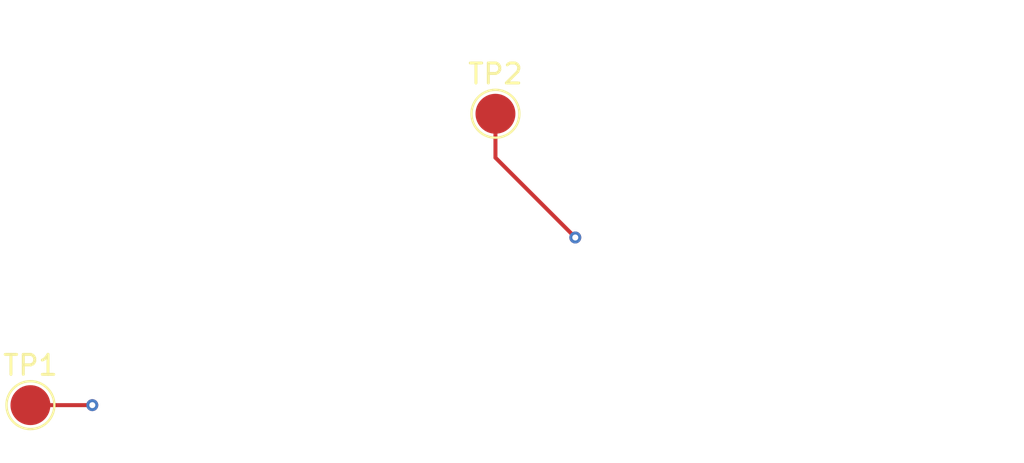
<source format=kicad_pcb>
(kicad_pcb (version 20240108) (generator "pcbnew") (generator_version "8.0")
  (layers (0 "F.Cu" signal) (1 "In1.Cu" signal) (2 "In2.Cu" signal) (31 "B.Cu" signal) (34 "B.Paste" user) (35 "F.Paste" user) (36 "B.SilkS" user "B.Silkscreen") (37 "F.SilkS" user "F.Silkscreen") (38 "B.Mask" user) (39 "F.Mask" user) (44 "Edge.Cuts" user))
  (net 0 "")
  (net 1 "/BAF")
  (footprint "TestPoint:TestPoint_Pad_D2.0mm" (layer "F.Cu") (at 168.9 121)
    (property "Reference" "TP1" (at 0 -1.998 0) (layer "F.SilkS"))
    (property "Value" "-")
    (fp_circle (center 0 0) (end 0 1.2) (stroke (width 0.12)) (fill none) (layer "F.SilkS"))
    (pad "1" smd circle (at 0 0) (size 2 2) (layers "F.Cu" "F.Mask") (net 1 "/BAF"))
  )
  (footprint "TestPoint:TestPoint_Pad_D2.0mm" (layer "F.Cu") (at 192.2 106.4)
    (property "Reference" "TP2" (at 0 -1.998 0) (layer "F.SilkS"))
    (property "Value" "+")
    (fp_circle (center 0 0) (end 0 1.2) (stroke (width 0.12)) (fill none) (layer "F.SilkS"))
    (pad "1" smd circle (at 0 0) (size 2 2) (layers "F.Cu" "F.Mask") (net 1 "/BAF"))
  )
  (segment (start 192.2 106.4) (end 192.2 108.6) (width 0.2) (layer "F.Cu") (net 1))
  (segment (start 168.9 121) (end 172 121) (width 0.2) (layer "F.Cu") (net 1))
  (segment (start 192.2 108.6) (end 196.2 112.6) (width 0.2) (layer "F.Cu") (net 1))
  (via (at 196.2 112.6) (size 0.6) (drill 0.3) (layers "F.Cu" "B.Cu") (net 1))
  (via (at 172 121) (size 0.6) (drill 0.3) (layers "F.Cu" "B.Cu") (net 1))
)
</source>
